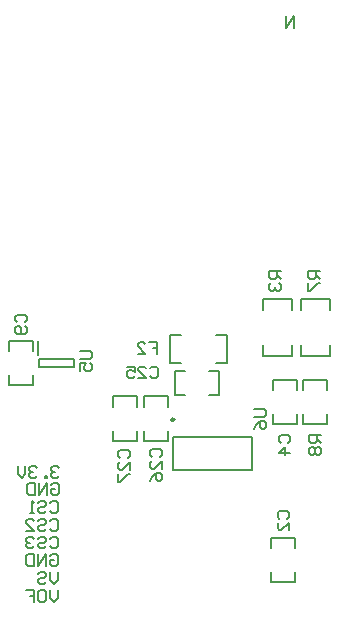
<source format=gbo>
G04 Layer_Color=32896*
%FSLAX44Y44*%
%MOMM*%
G71*
G01*
G75*
%ADD42C,0.1270*%
%ADD45C,0.2000*%
%ADD46C,0.1778*%
%ADD73C,0.2500*%
D42*
X79011Y-295079D02*
X87342D01*
X89008Y-296745D01*
Y-300077D01*
X87342Y-301744D01*
X79011D01*
Y-311740D02*
Y-305076D01*
X84010D01*
X82344Y-308408D01*
Y-310074D01*
X84010Y-311740D01*
X87342D01*
X89008Y-310074D01*
Y-306742D01*
X87342Y-305076D01*
X25677Y-270744D02*
X24011Y-269077D01*
Y-265745D01*
X25677Y-264079D01*
X32342D01*
X34008Y-265745D01*
Y-269077D01*
X32342Y-270744D01*
Y-274076D02*
X34008Y-275742D01*
Y-279074D01*
X32342Y-280740D01*
X25677D01*
X24011Y-279074D01*
Y-275742D01*
X25677Y-274076D01*
X27344D01*
X29010Y-275742D01*
Y-280740D01*
X226011Y-344079D02*
X234342D01*
X236008Y-345745D01*
Y-349077D01*
X234342Y-350743D01*
X226011D01*
Y-360740D02*
X227677Y-357408D01*
X231010Y-354076D01*
X234342D01*
X236008Y-355742D01*
Y-359074D01*
X234342Y-360740D01*
X232676D01*
X231010Y-359074D01*
Y-354076D01*
X137614Y-287352D02*
X144278D01*
Y-292351D01*
X140946D01*
X144278D01*
Y-297349D01*
X127617D02*
X134281D01*
X127617Y-290685D01*
Y-289018D01*
X129283Y-287352D01*
X132615D01*
X134281Y-289018D01*
X112677Y-385743D02*
X111011Y-384077D01*
Y-380745D01*
X112677Y-379079D01*
X119342D01*
X121008Y-380745D01*
Y-384077D01*
X119342Y-385743D01*
X121008Y-395740D02*
Y-389076D01*
X114344Y-395740D01*
X112677D01*
X111011Y-394074D01*
Y-390742D01*
X112677Y-389076D01*
X111011Y-399072D02*
Y-405737D01*
X112677D01*
X119342Y-399072D01*
X121008D01*
X139677Y-384743D02*
X138011Y-383077D01*
Y-379745D01*
X139677Y-378079D01*
X146342D01*
X148008Y-379745D01*
Y-383077D01*
X146342Y-384743D01*
X148008Y-394740D02*
Y-388076D01*
X141344Y-394740D01*
X139677D01*
X138011Y-393074D01*
Y-389742D01*
X139677Y-388076D01*
X138011Y-404737D02*
X139677Y-401405D01*
X143010Y-398073D01*
X146342D01*
X148008Y-399739D01*
Y-403071D01*
X146342Y-404737D01*
X144676D01*
X143010Y-403071D01*
Y-398073D01*
X138344Y-309748D02*
X140010Y-308082D01*
X143342D01*
X145008Y-309748D01*
Y-316413D01*
X143342Y-318079D01*
X140010D01*
X138344Y-316413D01*
X128347Y-318079D02*
X135011D01*
X128347Y-311415D01*
Y-309748D01*
X130013Y-308082D01*
X133345D01*
X135011Y-309748D01*
X118350Y-308082D02*
X125015D01*
Y-313081D01*
X121682Y-311415D01*
X120016D01*
X118350Y-313081D01*
Y-316413D01*
X120016Y-318079D01*
X123349D01*
X125015Y-316413D01*
X247757Y-436833D02*
X246091Y-435167D01*
Y-431835D01*
X247757Y-430169D01*
X254422D01*
X256088Y-431835D01*
Y-435167D01*
X254422Y-436833D01*
X256088Y-446830D02*
Y-440166D01*
X249424Y-446830D01*
X247757D01*
X246091Y-445164D01*
Y-441832D01*
X247757Y-440166D01*
X248678Y-372743D02*
X247011Y-371077D01*
Y-367745D01*
X248678Y-366079D01*
X255342D01*
X257008Y-367745D01*
Y-371077D01*
X255342Y-372743D01*
X257008Y-381074D02*
X247011D01*
X252010Y-376076D01*
Y-382740D01*
X249008Y-227079D02*
X239011D01*
Y-232077D01*
X240678Y-233743D01*
X244010D01*
X245676Y-232077D01*
Y-227079D01*
Y-230411D02*
X249008Y-233743D01*
X240678Y-237076D02*
X239011Y-238742D01*
Y-242074D01*
X240678Y-243740D01*
X242344D01*
X244010Y-242074D01*
Y-240408D01*
Y-242074D01*
X245676Y-243740D01*
X247342D01*
X249008Y-242074D01*
Y-238742D01*
X247342Y-237076D01*
X282008Y-227079D02*
X272011D01*
Y-232077D01*
X273678Y-233743D01*
X277010D01*
X278676Y-232077D01*
Y-227079D01*
Y-230411D02*
X282008Y-233743D01*
X272011Y-237076D02*
Y-243740D01*
X273678D01*
X280342Y-237076D01*
X282008D01*
X283008Y-366079D02*
X273011D01*
Y-371077D01*
X274678Y-372743D01*
X278010D01*
X279676Y-371077D01*
Y-366079D01*
Y-369411D02*
X283008Y-372743D01*
X274678Y-376076D02*
X273011Y-377742D01*
Y-381074D01*
X274678Y-382740D01*
X276344D01*
X278010Y-381074D01*
X279676Y-382740D01*
X281342D01*
X283008Y-381074D01*
Y-377742D01*
X281342Y-376076D01*
X279676D01*
X278010Y-377742D01*
X276344Y-376076D01*
X274678D01*
X278010Y-377742D02*
Y-381074D01*
X260008Y-21079D02*
Y-11082D01*
X253344Y-21079D01*
Y-11082D01*
X61008Y-393748D02*
X59342Y-392082D01*
X56010D01*
X54344Y-393748D01*
Y-395415D01*
X56010Y-397081D01*
X57676D01*
X56010D01*
X54344Y-398747D01*
Y-400413D01*
X56010Y-402079D01*
X59342D01*
X61008Y-400413D01*
X51011Y-402079D02*
Y-400413D01*
X49345D01*
Y-402079D01*
X51011D01*
X42681Y-393748D02*
X41015Y-392082D01*
X37682D01*
X36016Y-393748D01*
Y-395415D01*
X37682Y-397081D01*
X39348D01*
X37682D01*
X36016Y-398747D01*
Y-400413D01*
X37682Y-402079D01*
X41015D01*
X42681Y-400413D01*
X32684Y-392082D02*
Y-398747D01*
X29352Y-402079D01*
X26019Y-398747D01*
Y-392082D01*
X54344Y-408748D02*
X56010Y-407082D01*
X59342D01*
X61008Y-408748D01*
Y-415413D01*
X59342Y-417079D01*
X56010D01*
X54344Y-415413D01*
Y-412081D01*
X57676D01*
X51011Y-417079D02*
Y-407082D01*
X44347Y-417079D01*
Y-407082D01*
X41015D02*
Y-417079D01*
X36016D01*
X34350Y-415413D01*
Y-408748D01*
X36016Y-407082D01*
X41015D01*
X53344Y-423748D02*
X55010Y-422082D01*
X58342D01*
X60008Y-423748D01*
Y-430413D01*
X58342Y-432079D01*
X55010D01*
X53344Y-430413D01*
X43347Y-423748D02*
X45013Y-422082D01*
X48345D01*
X50011Y-423748D01*
Y-425415D01*
X48345Y-427081D01*
X45013D01*
X43347Y-428747D01*
Y-430413D01*
X45013Y-432079D01*
X48345D01*
X50011Y-430413D01*
X40015Y-432079D02*
X36682D01*
X38349D01*
Y-422082D01*
X40015Y-423748D01*
X53344Y-438748D02*
X55010Y-437082D01*
X58342D01*
X60008Y-438748D01*
Y-445413D01*
X58342Y-447079D01*
X55010D01*
X53344Y-445413D01*
X43347Y-438748D02*
X45013Y-437082D01*
X48345D01*
X50011Y-438748D01*
Y-440415D01*
X48345Y-442081D01*
X45013D01*
X43347Y-443747D01*
Y-445413D01*
X45013Y-447079D01*
X48345D01*
X50011Y-445413D01*
X33350Y-447079D02*
X40015D01*
X33350Y-440415D01*
Y-438748D01*
X35016Y-437082D01*
X38349D01*
X40015Y-438748D01*
X53344Y-453748D02*
X55010Y-452082D01*
X58342D01*
X60008Y-453748D01*
Y-460413D01*
X58342Y-462079D01*
X55010D01*
X53344Y-460413D01*
X43347Y-453748D02*
X45013Y-452082D01*
X48345D01*
X50011Y-453748D01*
Y-455415D01*
X48345Y-457081D01*
X45013D01*
X43347Y-458747D01*
Y-460413D01*
X45013Y-462079D01*
X48345D01*
X50011Y-460413D01*
X40015Y-453748D02*
X38349Y-452082D01*
X35016D01*
X33350Y-453748D01*
Y-455415D01*
X35016Y-457081D01*
X36682D01*
X35016D01*
X33350Y-458747D01*
Y-460413D01*
X35016Y-462079D01*
X38349D01*
X40015Y-460413D01*
X53344Y-468748D02*
X55010Y-467082D01*
X58342D01*
X60008Y-468748D01*
Y-475413D01*
X58342Y-477079D01*
X55010D01*
X53344Y-475413D01*
Y-472081D01*
X56676D01*
X50011Y-477079D02*
Y-467082D01*
X43347Y-477079D01*
Y-467082D01*
X40015D02*
Y-477079D01*
X35016D01*
X33350Y-475413D01*
Y-468748D01*
X35016Y-467082D01*
X40015D01*
X60008Y-482082D02*
Y-488747D01*
X56676Y-492079D01*
X53344Y-488747D01*
Y-482082D01*
X43347Y-483748D02*
X45013Y-482082D01*
X48345D01*
X50011Y-483748D01*
Y-485415D01*
X48345Y-487081D01*
X45013D01*
X43347Y-488747D01*
Y-490413D01*
X45013Y-492079D01*
X48345D01*
X50011Y-490413D01*
X60008Y-497082D02*
Y-503747D01*
X56676Y-507079D01*
X53344Y-503747D01*
Y-497082D01*
X45013D02*
X48345D01*
X50011Y-498748D01*
Y-505413D01*
X48345Y-507079D01*
X45013D01*
X43347Y-505413D01*
Y-498748D01*
X45013Y-497082D01*
X33350D02*
X40015D01*
Y-502081D01*
X36682D01*
X40015D01*
Y-507079D01*
D45*
X43008Y-298579D02*
Y-286579D01*
X44508Y-302079D02*
X73508D01*
Y-308079D02*
Y-302079D01*
X44508Y-308079D02*
X73508D01*
X44508D02*
Y-302079D01*
X224508Y-396079D02*
Y-368079D01*
X157508Y-396079D02*
Y-368079D01*
Y-396079D02*
X224508D01*
X157508Y-368079D02*
X224508D01*
D46*
X39168Y-323875D02*
Y-315239D01*
X29008Y-323875D02*
X39168D01*
X18848D02*
X29008D01*
X18848D02*
Y-315239D01*
Y-294919D02*
Y-286283D01*
X29008D01*
X39168D01*
Y-294919D02*
Y-286283D01*
X155008Y-280979D02*
X164008D01*
X155008Y-305179D02*
Y-280979D01*
Y-305179D02*
X164008D01*
X194008D02*
X203008D01*
Y-280979D01*
X194008D02*
X203008D01*
X127168Y-371035D02*
Y-362399D01*
X117008Y-371035D02*
X127168D01*
X106848D02*
X117008D01*
X106848D02*
Y-362399D01*
Y-342079D02*
Y-333443D01*
X117008D01*
X127168D01*
Y-342079D02*
Y-333443D01*
X153168Y-371035D02*
Y-362399D01*
X143008Y-371035D02*
X153168D01*
X132848D02*
X143008D01*
X132848D02*
Y-362399D01*
Y-342079D02*
Y-333443D01*
X143008D01*
X153168D01*
Y-342079D02*
Y-333443D01*
X188168Y-311919D02*
X196804D01*
Y-322079D02*
Y-311919D01*
Y-332239D02*
Y-322079D01*
X188168Y-332239D02*
X196804D01*
X159212D02*
X167848D01*
X159212D02*
Y-322079D01*
Y-311919D01*
X167848D01*
X261168Y-490875D02*
Y-482239D01*
X251008Y-490875D02*
X261168D01*
X240848D02*
X251008D01*
X240848D02*
Y-482239D01*
Y-461919D02*
Y-453283D01*
X251008D01*
X261168D01*
Y-461919D02*
Y-453283D01*
X241848Y-327919D02*
Y-319283D01*
X252008D01*
X262168D01*
Y-327919D02*
Y-319283D01*
Y-356875D02*
Y-348239D01*
X252008Y-356875D02*
X262168D01*
X241848D02*
X252008D01*
X241848D02*
Y-348239D01*
X267848Y-327919D02*
Y-319283D01*
X278008D01*
X288168D01*
Y-327919D02*
Y-319283D01*
Y-356875D02*
Y-348239D01*
X278008Y-356875D02*
X288168D01*
X267848D02*
X278008D01*
X267848D02*
Y-348239D01*
X265908Y-260079D02*
Y-251079D01*
X290108D01*
Y-260079D02*
Y-251079D01*
Y-299079D02*
Y-290079D01*
X265908Y-299079D02*
X290108D01*
X265908D02*
Y-290079D01*
X233908Y-260079D02*
Y-251079D01*
X258108D01*
Y-260079D02*
Y-251079D01*
Y-299079D02*
Y-290079D01*
X233908Y-299079D02*
X258108D01*
X233908D02*
Y-290079D01*
D73*
X158758Y-353079D02*
G03*
X158758Y-353079I-1250J0D01*
G01*
M02*

</source>
